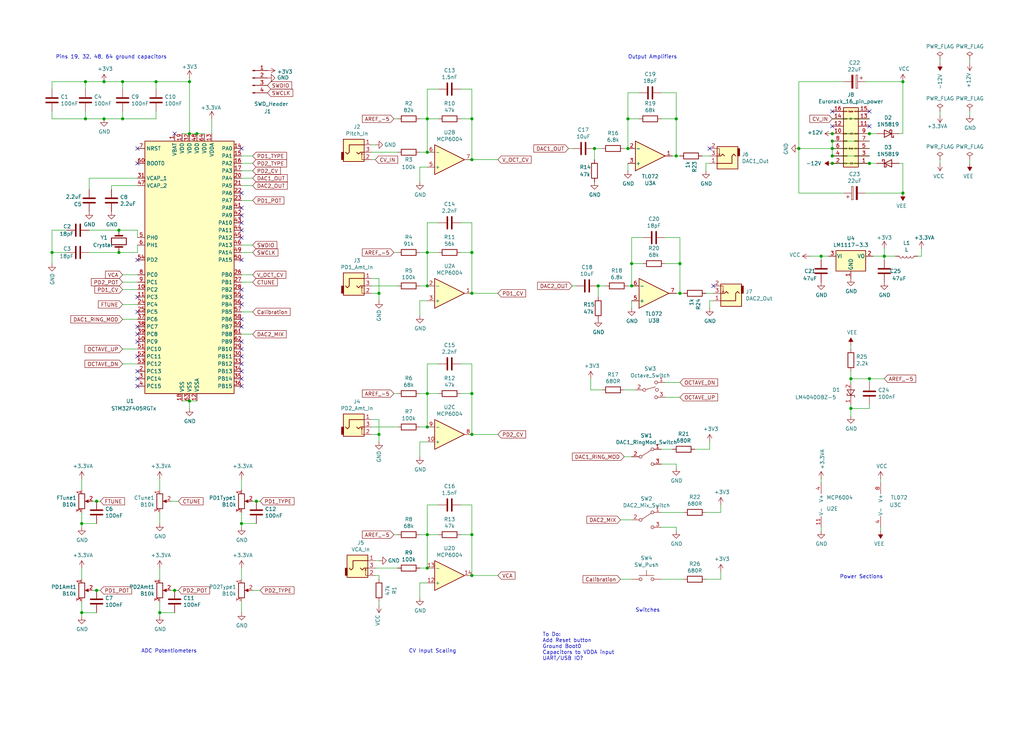
<source format=kicad_sch>
(kicad_sch (version 20230121) (generator eeschema)
  (paper "User" 350.012 250.012)
  (title_block (title "DisPhaze") (company "Mountjoy Modular"))
  (junction (at 161.29 134.62))
  (junction (at 231.14 40.64))
  (junction (at 54.61 209.55))
  (junction (at 146.05 40.64))
  (junction (at 40.64 78.74))
  (junction (at 35.56 40.64))
  (junction (at 297.18 55.88))
  (junction (at 161.29 182.88))
  (junction (at 161.29 40.64))
  (junction (at 161.29 54.61))
  (junction (at 129.54 148.59))
  (junction (at 161.29 86.36))
  (junction (at 82.55 179.07))
  (junction (at 302.26 87.63))
  (junction (at 161.29 148.59))
  (junction (at 27.94 209.55))
  (junction (at 146.05 134.62))
  (junction (at 64.77 27.94))
  (junction (at 27.94 179.07))
  (junction (at 40.64 86.36))
  (junction (at 64.77 137.16))
  (junction (at 284.48 45.72))
  (junction (at 67.31 45.72))
  (junction (at 273.05 50.8))
  (junction (at 161.29 196.85))
  (junction (at 29.21 40.64))
  (junction (at 297.18 45.72))
  (junction (at 232.41 90.17))
  (junction (at 214.63 50.8))
  (junction (at 284.48 50.8))
  (junction (at 17.78 86.36))
  (junction (at 284.48 53.34))
  (junction (at 53.34 27.94))
  (junction (at 146.05 194.31))
  (junction (at 41.91 27.94))
  (junction (at 203.2 50.8))
  (junction (at 146.05 52.07))
  (junction (at 284.48 48.26))
  (junction (at 297.18 129.54))
  (junction (at 146.05 97.79))
  (junction (at 290.83 139.7))
  (junction (at 161.29 100.33))
  (junction (at 64.77 45.72))
  (junction (at 231.14 53.34))
  (junction (at 59.69 201.93))
  (junction (at 41.91 40.64))
  (junction (at 215.9 90.17))
  (junction (at 284.48 55.88))
  (junction (at 29.21 27.94))
  (junction (at 215.9 97.79))
  (junction (at 146.05 146.05))
  (junction (at 308.61 66.04))
  (junction (at 146.05 182.88))
  (junction (at 214.63 40.64))
  (junction (at 33.02 201.93))
  (junction (at 308.61 27.94))
  (junction (at 290.83 129.54))
  (junction (at 129.54 100.33))
  (junction (at 87.63 171.45))
  (junction (at 232.41 100.33))
  (junction (at 146.05 86.36))
  (junction (at 204.47 97.79))
  (junction (at 280.67 87.63))
  (junction (at 35.56 27.94))
  (junction (at 33.02 171.45))
  (no_connect (at 82.55 81.28))
  (no_connect (at 82.55 132.08))
  (no_connect (at 82.55 104.14))
  (no_connect (at 82.55 116.84))
  (no_connect (at 46.99 114.3))
  (no_connect (at 243.84 97.79))
  (no_connect (at 297.18 43.18))
  (no_connect (at 46.99 55.88))
  (no_connect (at 46.99 101.6))
  (no_connect (at 46.99 111.76))
  (no_connect (at 46.99 127))
  (no_connect (at 82.55 88.9))
  (no_connect (at 82.55 121.92))
  (no_connect (at 297.18 38.1))
  (no_connect (at 46.99 132.08))
  (no_connect (at 82.55 66.04))
  (no_connect (at 284.48 38.1))
  (no_connect (at 46.99 50.8))
  (no_connect (at 284.48 43.18))
  (no_connect (at 46.99 129.54))
  (no_connect (at 82.55 50.8))
  (no_connect (at 82.55 127))
  (no_connect (at 82.55 99.06))
  (no_connect (at 82.55 129.54))
  (no_connect (at 82.55 78.74))
  (no_connect (at 82.55 109.22))
  (no_connect (at 242.57 50.8))
  (no_connect (at 82.55 73.66))
  (no_connect (at 82.55 119.38))
  (no_connect (at 46.99 88.9))
  (no_connect (at 82.55 111.76))
  (no_connect (at 59.69 45.72))
  (no_connect (at 46.99 116.84))
  (no_connect (at 46.99 106.68))
  (no_connect (at 82.55 124.46))
  (no_connect (at 82.55 71.12))
  (no_connect (at 82.55 101.6))
  (no_connect (at 46.99 121.92))
  (no_connect (at 82.55 76.2))
  (wire (pts (xy 157.48 76.2) (xy 161.29 76.2)))
  (wire (pts (xy 146.05 86.36) (xy 146.05 97.79)))
  (wire (pts (xy 149.86 40.64) (xy 146.05 40.64)))
  (wire (pts (xy 35.56 40.64) (xy 41.91 40.64)))
  (wire (pts (xy 241.3 55.88) (xy 241.3 58.42)))
  (wire (pts (xy 231.14 158.75) (xy 231.14 160.02)))
  (wire (pts (xy 297.18 130.81) (xy 297.18 129.54)))
  (wire (pts (xy 53.34 40.64) (xy 53.34 38.1)))
  (wire (pts (xy 146.05 151.13) (xy 143.51 151.13)))
  (wire (pts (xy 129.54 95.25) (xy 129.54 100.33)))
  (wire (pts (xy 129.54 143.51) (xy 129.54 148.59)))
  (wire (pts (xy 226.06 175.26) (xy 233.68 175.26)))
  (wire (pts (xy 215.9 102.87) (xy 215.9 105.41)))
  (wire (pts (xy 146.05 76.2) (xy 146.05 86.36)))
  (wire (pts (xy 72.39 40.64) (xy 72.39 45.72)))
  (wire (pts (xy 170.18 196.85) (xy 161.29 196.85)))
  (wire (pts (xy 161.29 172.72) (xy 161.29 182.88)))
  (wire (pts (xy 146.05 124.46) (xy 146.05 134.62)))
  (wire (pts (xy 82.55 63.5) (xy 86.36 63.5)))
  (wire (pts (xy 214.63 97.79) (xy 215.9 97.79)))
  (wire (pts (xy 46.99 78.74) (xy 40.64 78.74)))
  (wire (pts (xy 146.05 199.39) (xy 143.51 199.39)))
  (wire (pts (xy 215.9 90.17) (xy 215.9 97.79)))
  (wire (pts (xy 297.18 48.26) (xy 284.48 48.26)))
  (wire (pts (xy 308.61 45.72) (xy 308.61 27.94)))
  (wire (pts (xy 297.18 53.34) (xy 284.48 53.34)))
  (wire (pts (xy 227.33 81.28) (xy 232.41 81.28)))
  (wire (pts (xy 143.51 86.36) (xy 146.05 86.36)))
  (wire (pts (xy 161.29 30.48) (xy 161.29 40.64)))
  (wire (pts (xy 290.83 139.7) (xy 290.83 142.24)))
  (wire (pts (xy 17.78 86.36) (xy 17.78 90.17)))
  (wire (pts (xy 219.71 90.17) (xy 215.9 90.17)))
  (wire (pts (xy 27.94 175.26) (xy 27.94 179.07)))
  (wire (pts (xy 219.71 81.28) (xy 215.9 81.28)))
  (wire (pts (xy 41.91 99.06) (xy 46.99 99.06)))
  (wire (pts (xy 127 97.79) (xy 135.89 97.79)))
  (wire (pts (xy 86.36 171.45) (xy 87.63 171.45)))
  (wire (pts (xy 127 148.59) (xy 129.54 148.59)))
  (wire (pts (xy 128.27 194.31) (xy 135.89 194.31)))
  (wire (pts (xy 170.18 100.33) (xy 161.29 100.33)))
  (wire (pts (xy 33.02 209.55) (xy 27.94 209.55)))
  (wire (pts (xy 54.61 175.26) (xy 54.61 179.07)))
  (wire (pts (xy 17.78 27.94) (xy 29.21 27.94)))
  (wire (pts (xy 46.99 60.96) (xy 30.48 60.96)))
  (wire (pts (xy 284.48 48.26) (xy 284.48 50.8)))
  (wire (pts (xy 127 52.07) (xy 135.89 52.07)))
  (wire (pts (xy 300.99 163.83) (xy 300.99 165.1)))
  (wire (pts (xy 242.57 151.13) (xy 242.57 153.67)))
  (wire (pts (xy 215.9 156.21) (xy 213.36 156.21)))
  (wire (pts (xy 41.91 96.52) (xy 46.99 96.52)))
  (wire (pts (xy 149.86 172.72) (xy 146.05 172.72)))
  (wire (pts (xy 22.86 78.74) (xy 17.78 78.74)))
  (wire (pts (xy 82.55 93.98) (xy 86.36 93.98)))
  (wire (pts (xy 29.21 27.94) (xy 35.56 27.94)))
  (wire (pts (xy 240.03 53.34) (xy 242.57 53.34)))
  (wire (pts (xy 17.78 86.36) (xy 22.86 86.36)))
  (wire (pts (xy 129.54 196.85) (xy 129.54 198.12)))
  (wire (pts (xy 157.48 40.64) (xy 161.29 40.64)))
  (wire (pts (xy 17.78 40.64) (xy 17.78 38.1)))
  (wire (pts (xy 64.77 137.16) (xy 64.77 139.7)))
  (wire (pts (xy 204.47 101.6) (xy 204.47 97.79)))
  (wire (pts (xy 232.41 90.17) (xy 227.33 90.17)))
  (wire (pts (xy 273.05 66.04) (xy 273.05 50.8)))
  (wire (pts (xy 134.62 134.62) (xy 135.89 134.62)))
  (wire (pts (xy 241.3 100.33) (xy 243.84 100.33)))
  (wire (pts (xy 308.61 66.04) (xy 295.91 66.04)))
  (wire (pts (xy 87.63 179.07) (xy 82.55 179.07)))
  (wire (pts (xy 194.31 50.8) (xy 195.58 50.8)))
  (wire (pts (xy 54.61 194.31) (xy 54.61 198.12)))
  (wire (pts (xy 297.18 55.88) (xy 299.72 55.88)))
  (wire (pts (xy 143.51 97.79) (xy 146.05 97.79)))
  (wire (pts (xy 226.06 180.34) (xy 231.14 180.34)))
  (wire (pts (xy 86.36 114.3) (xy 82.55 114.3)))
  (wire (pts (xy 215.9 81.28) (xy 215.9 90.17)))
  (wire (pts (xy 302.26 87.63) (xy 306.07 87.63)))
  (wire (pts (xy 201.93 133.35) (xy 205.74 133.35)))
  (wire (pts (xy 290.83 118.11) (xy 290.83 119.38)))
  (wire (pts (xy 157.48 182.88) (xy 161.29 182.88)))
  (wire (pts (xy 128.27 191.77) (xy 129.54 191.77)))
  (wire (pts (xy 30.48 60.96) (xy 30.48 64.77)))
  (wire (pts (xy 273.05 27.94) (xy 273.05 50.8)))
  (wire (pts (xy 297.18 45.72) (xy 299.72 45.72)))
  (wire (pts (xy 64.77 45.72) (xy 64.77 46.99)))
  (wire (pts (xy 33.02 179.07) (xy 27.94 179.07)))
  (wire (pts (xy 284.48 55.88) (xy 297.18 55.88)))
  (wire (pts (xy 307.34 55.88) (xy 308.61 55.88)))
  (wire (pts (xy 127 143.51) (xy 129.54 143.51)))
  (wire (pts (xy 64.77 26.67) (xy 64.77 27.94)))
  (wire (pts (xy 146.05 30.48) (xy 146.05 40.64)))
  (wire (pts (xy 149.86 124.46) (xy 146.05 124.46)))
  (wire (pts (xy 17.78 30.48) (xy 17.78 27.94)))
  (wire (pts (xy 27.94 179.07) (xy 27.94 180.34)))
  (wire (pts (xy 127 49.53) (xy 128.27 49.53)))
  (wire (pts (xy 41.91 27.94) (xy 35.56 27.94)))
  (wire (pts (xy 134.62 40.64) (xy 135.89 40.64)))
  (wire (pts (xy 170.18 54.61) (xy 161.29 54.61)))
  (wire (pts (xy 54.61 209.55) (xy 54.61 210.82)))
  (wire (pts (xy 284.48 45.72) (xy 297.18 45.72)))
  (wire (pts (xy 246.38 172.72) (xy 246.38 175.26)))
  (wire (pts (xy 86.36 201.93) (xy 88.9 201.93)))
  (wire (pts (xy 58.42 171.45) (xy 60.96 171.45)))
  (wire (pts (xy 218.44 40.64) (xy 214.63 40.64)))
  (wire (pts (xy 302.26 87.63) (xy 302.26 88.9)))
  (wire (pts (xy 82.55 194.31) (xy 82.55 198.12)))
  (wire (pts (xy 284.48 40.64) (xy 297.18 40.64)))
  (wire (pts (xy 82.55 163.83) (xy 82.55 167.64)))
  (wire (pts (xy 149.86 134.62) (xy 146.05 134.62)))
  (wire (pts (xy 196.85 97.79) (xy 195.58 97.79)))
  (wire (pts (xy 149.86 30.48) (xy 146.05 30.48)))
  (wire (pts (xy 129.54 205.74) (xy 129.54 207.01)))
  (wire (pts (xy 146.05 182.88) (xy 146.05 194.31)))
  (wire (pts (xy 213.36 133.35) (xy 217.17 133.35)))
  (wire (pts (xy 62.23 45.72) (xy 64.77 45.72)))
  (wire (pts (xy 218.44 31.75) (xy 214.63 31.75)))
  (wire (pts (xy 297.18 139.7) (xy 297.18 138.43)))
  (wire (pts (xy 143.51 194.31) (xy 146.05 194.31)))
  (wire (pts (xy 227.33 135.89) (xy 232.41 135.89)))
  (wire (pts (xy 128.27 196.85) (xy 129.54 196.85)))
  (wire (pts (xy 67.31 45.72) (xy 69.85 45.72)))
  (wire (pts (xy 41.91 119.38) (xy 46.99 119.38)))
  (wire (pts (xy 143.51 52.07) (xy 146.05 52.07)))
  (wire (pts (xy 157.48 172.72) (xy 161.29 172.72)))
  (wire (pts (xy 242.57 102.87) (xy 242.57 105.41)))
  (wire (pts (xy 321.31 38.1) (xy 321.31 39.37)))
  (wire (pts (xy 82.55 58.42) (xy 86.36 58.42)))
  (wire (pts (xy 232.41 100.33) (xy 233.68 100.33)))
  (wire (pts (xy 229.87 53.34) (xy 231.14 53.34)))
  (wire (pts (xy 284.48 53.34) (xy 284.48 50.8)))
  (wire (pts (xy 321.31 54.61) (xy 321.31 55.88)))
  (wire (pts (xy 288.29 66.04) (xy 273.05 66.04)))
  (wire (pts (xy 170.18 148.59) (xy 161.29 148.59)))
  (wire (pts (xy 27.94 194.31) (xy 27.94 198.12)))
  (wire (pts (xy 214.63 31.75) (xy 214.63 40.64)))
  (wire (pts (xy 17.78 40.64) (xy 29.21 40.64)))
  (wire (pts (xy 231.14 40.64) (xy 226.06 40.64)))
  (wire (pts (xy 134.62 182.88) (xy 135.89 182.88)))
  (wire (pts (xy 17.78 78.74) (xy 17.78 86.36)))
  (wire (pts (xy 288.29 27.94) (xy 273.05 27.94)))
  (wire (pts (xy 41.91 109.22) (xy 46.99 109.22)))
  (wire (pts (xy 59.69 209.55) (xy 54.61 209.55)))
  (wire (pts (xy 54.61 205.74) (xy 54.61 209.55)))
  (wire (pts (xy 46.99 86.36) (xy 40.64 86.36)))
  (wire (pts (xy 86.36 55.88) (xy 82.55 55.88)))
  (wire (pts (xy 231.14 180.34) (xy 231.14 181.61)))
  (wire (pts (xy 214.63 40.64) (xy 214.63 50.8)))
  (wire (pts (xy 161.29 40.64) (xy 161.29 54.61)))
  (wire (pts (xy 127 146.05) (xy 135.89 146.05)))
  (wire (pts (xy 41.91 104.14) (xy 46.99 104.14)))
  (wire (pts (xy 276.86 87.63) (xy 280.67 87.63)))
  (wire (pts (xy 143.51 182.88) (xy 146.05 182.88)))
  (wire (pts (xy 157.48 30.48) (xy 161.29 30.48)))
  (wire (pts (xy 213.36 50.8) (xy 214.63 50.8)))
  (wire (pts (xy 143.51 151.13) (xy 143.51 156.21)))
  (wire (pts (xy 30.48 86.36) (xy 40.64 86.36)))
  (wire (pts (xy 127 95.25) (xy 129.54 95.25)))
  (wire (pts (xy 46.99 83.82) (xy 46.99 86.36)))
  (wire (pts (xy 38.1 63.5) (xy 38.1 64.77)))
  (wire (pts (xy 86.36 60.96) (xy 82.55 60.96)))
  (wire (pts (xy 129.54 148.59) (xy 129.54 151.13)))
  (wire (pts (xy 157.48 134.62) (xy 161.29 134.62)))
  (wire (pts (xy 290.83 138.43) (xy 290.83 139.7)))
  (wire (pts (xy 161.29 134.62) (xy 161.29 148.59)))
  (wire (pts (xy 280.67 180.34) (xy 280.67 181.61)))
  (wire (pts (xy 214.63 55.88) (xy 214.63 58.42)))
  (wire (pts (xy 143.51 40.64) (xy 146.05 40.64)))
  (wire (pts (xy 280.67 163.83) (xy 280.67 165.1)))
  (wire (pts (xy 231.14 31.75) (xy 231.14 40.64)))
  (wire (pts (xy 40.64 78.74) (xy 30.48 78.74)))
  (wire (pts (xy 53.34 27.94) (xy 64.77 27.94)))
  (wire (pts (xy 302.26 85.09) (xy 302.26 87.63)))
  (wire (pts (xy 242.57 153.67) (xy 237.49 153.67)))
  (wire (pts (xy 82.55 106.68) (xy 86.36 106.68)))
  (wire (pts (xy 82.55 175.26) (xy 82.55 179.07)))
  (wire (pts (xy 161.29 76.2) (xy 161.29 86.36)))
  (wire (pts (xy 302.26 129.54) (xy 297.18 129.54)))
  (wire (pts (xy 29.21 30.48) (xy 29.21 27.94)))
  (wire (pts (xy 231.14 53.34) (xy 231.14 40.64)))
  (wire (pts (xy 143.51 57.15) (xy 143.51 62.23)))
  (wire (pts (xy 246.38 195.58) (xy 246.38 198.12)))
  (wire (pts (xy 82.55 86.36) (xy 86.36 86.36)))
  (wire (pts (xy 231.14 53.34) (xy 232.41 53.34)))
  (wire (pts (xy 226.06 198.12) (xy 233.68 198.12)))
  (wire (pts (xy 33.02 201.93) (xy 34.29 201.93)))
  (wire (pts (xy 31.75 171.45) (xy 33.02 171.45)))
  (wire (pts (xy 298.45 87.63) (xy 302.26 87.63)))
  (wire (pts (xy 204.47 97.79) (xy 207.01 97.79)))
  (wire (pts (xy 243.84 102.87) (xy 242.57 102.87)))
  (wire (pts (xy 231.14 100.33) (xy 232.41 100.33)))
  (wire (pts (xy 31.75 201.93) (xy 33.02 201.93)))
  (wire (pts (xy 149.86 182.88) (xy 146.05 182.88)))
  (wire (pts (xy 321.31 20.32) (xy 321.31 21.59)))
  (wire (pts (xy 58.42 201.93) (xy 59.69 201.93)))
  (wire (pts (xy 232.41 100.33) (xy 232.41 90.17)))
  (wire (pts (xy 157.48 86.36) (xy 161.29 86.36)))
  (wire (pts (xy 331.47 20.32) (xy 331.47 21.59)))
  (wire (pts (xy 29.21 38.1) (xy 29.21 40.64)))
  (wire (pts (xy 46.99 63.5) (xy 38.1 63.5)))
  (wire (pts (xy 226.06 158.75) (xy 231.14 158.75)))
  (wire (pts (xy 203.2 54.61) (xy 203.2 50.8)))
  (wire (pts (xy 300.99 180.34) (xy 300.99 181.61)))
  (wire (pts (xy 242.57 55.88) (xy 241.3 55.88)))
  (wire (pts (xy 290.83 129.54) (xy 290.83 130.81)))
  (wire (pts (xy 226.06 153.67) (xy 229.87 153.67)))
  (wire (pts (xy 331.47 38.1) (xy 331.47 39.37)))
  (wire (pts (xy 27.94 205.74) (xy 27.94 209.55)))
  (wire (pts (xy 29.21 40.64) (xy 35.56 40.64)))
  (wire (pts (xy 290.83 139.7) (xy 297.18 139.7)))
  (wire (pts (xy 129.54 100.33) (xy 129.54 102.87)))
  (wire (pts (xy 297.18 50.8) (xy 284.48 50.8)))
  (wire (pts (xy 41.91 30.48) (xy 41.91 27.94)))
  (wire (pts (xy 53.34 30.48) (xy 53.34 27.94)))
  (wire (pts (xy 64.77 45.72) (xy 67.31 45.72)))
  (wire (pts (xy 134.62 86.36) (xy 135.89 86.36)))
  (wire (pts (xy 46.99 81.28) (xy 46.99 78.74)))
  (wire (pts (xy 161.29 124.46) (xy 161.29 134.62)))
  (wire (pts (xy 212.09 198.12) (xy 215.9 198.12)))
  (wire (pts (xy 143.51 134.62) (xy 146.05 134.62)))
  (wire (pts (xy 146.05 102.87) (xy 143.51 102.87)))
  (wire (pts (xy 290.83 127) (xy 290.83 129.54)))
  (wire (pts (xy 226.06 31.75) (xy 231.14 31.75)))
  (wire (pts (xy 143.51 199.39) (xy 143.51 204.47)))
  (wire (pts (xy 82.55 205.74) (xy 82.55 209.55)))
  (wire (pts (xy 146.05 57.15) (xy 143.51 57.15)))
  (wire (pts (xy 273.05 50.8) (xy 284.48 50.8)))
  (wire (pts (xy 41.91 38.1) (xy 41.91 40.64)))
  (wire (pts (xy 27.94 163.83) (xy 27.94 167.64)))
  (wire (pts (xy 146.05 134.62) (xy 146.05 146.05)))
  (wire (pts (xy 143.51 146.05) (xy 146.05 146.05)))
  (wire (pts (xy 157.48 124.46) (xy 161.29 124.46)))
  (wire (pts (xy 331.47 54.61) (xy 331.47 55.88)))
  (wire (pts (xy 203.2 50.8) (xy 205.74 50.8)))
  (wire (pts (xy 41.91 40.64) (xy 53.34 40.64)))
  (wire (pts (xy 307.34 45.72) (xy 308.61 45.72)))
  (wire (pts (xy 82.55 96.52) (xy 86.36 96.52)))
  (wire (pts (xy 314.96 87.63) (xy 313.69 87.63)))
  (wire (pts (xy 232.41 81.28) (xy 232.41 90.17)))
  (wire (pts (xy 246.38 175.26) (xy 241.3 175.26)))
  (wire (pts (xy 146.05 172.72) (xy 146.05 182.88)))
  (wire (pts (xy 161.29 86.36) (xy 161.29 100.33)))
  (wire (pts (xy 227.33 130.81) (xy 232.41 130.81)))
  (wire (pts (xy 308.61 27.94) (xy 295.91 27.94)))
  (wire (pts (xy 82.55 83.82) (xy 86.36 83.82)))
  (wire (pts (xy 161.29 182.88) (xy 161.29 196.85)))
  (wire (pts (xy 53.34 27.94) (xy 41.91 27.94)))
  (wire (pts (xy 41.91 124.46) (xy 46.99 124.46)))
  (wire (pts (xy 297.18 129.54) (xy 290.83 129.54)))
  (wire (pts (xy 82.55 68.58) (xy 86.36 68.58)))
  (wire (pts (xy 127 54.61) (xy 128.27 54.61)))
  (wire (pts (xy 64.77 137.16) (xy 67.31 137.16)))
  (wire (pts (xy 86.36 53.34) (xy 82.55 53.34)))
  (wire (pts (xy 201.93 129.54) (xy 201.93 133.35)))
  (wire (pts (xy 314.96 85.09) (xy 314.96 87.63)))
  (wire (pts (xy 33.02 171.45) (xy 34.29 171.45)))
  (wire (pts (xy 64.77 137.16) (xy 62.23 137.16)))
  (wire (pts (xy 82.55 179.07) (xy 82.55 180.34)))
  (wire (pts (xy 215.9 177.8) (xy 212.09 177.8)))
  (wire (pts (xy 64.77 45.72) (xy 64.77 27.94)))
  (wire (pts (xy 87.63 171.45) (xy 88.9 171.45)))
  (wire (pts (xy 149.86 76.2) (xy 146.05 76.2)))
  (wire (pts (xy 127 100.33) (xy 129.54 100.33)))
  (wire (pts (xy 280.67 88.9) (xy 280.67 87.63)))
  (wire (pts (xy 59.69 201.93) (xy 60.96 201.93)))
  (wire (pts (xy 54.61 163.83) (xy 54.61 167.64)))
  (wire (pts (xy 41.91 93.98) (xy 46.99 93.98)))
  (wire (pts (xy 27.94 209.55) (xy 27.94 210.82)))
  (wire (pts (xy 149.86 86.36) (xy 146.05 86.36)))
  (wire (pts (xy 308.61 55.88) (xy 308.61 66.04)))
  (wire (pts (xy 146.05 40.64) (xy 146.05 52.07)))
  (wire (pts (xy 280.67 87.63) (xy 283.21 87.63)))
  (wire (pts (xy 143.51 102.87) (xy 143.51 107.95)))
  (wire (pts (xy 246.38 198.12) (xy 241.3 198.12)))
  (text "ADC Potentiometers" (at 48.26 223.52 0) (effects (font (size 1.27 1.27)) (justify left bottom)))
  (text "Switches" (at 217.17 209.55 0) (effects (font (size 1.27 1.27)) (justify left bottom)))
  (text "To Do:\nAdd Reset button\nGround Boot0\nCapacitors to VDDA input\nUART/USB IO?" (at 185.42 226.06 0) (effects (font (size 1.27 1.27)) (justify left bottom)))
  (text "Power Sections" (at 287.02 198.12 0) (effects (font (size 1.27 1.27)) (justify left bottom)))
  (text "CV Input Scaling" (at 139.7 223.52 0) (effects (font (size 1.27 1.27)) (justify left bottom)))
  (text "Pins 19, 32, 48, 64 ground capacitors" (at 19.05 20.32 0) (effects (font (size 1.27 1.27)) (justify left bottom)))
  (text "Output Amplifiers" (at 214.63 20.32 0) (effects (font (size 1.27 1.27)) (justify left bottom)))
  (global_label "OCTAVE_DN" (shape input) (at 41.91 124.46 180) (property "Intersheetrefs" "${INTERSHEET_REFS}" (effects hide)))
  (global_label "PD1_TYPE" (shape input) (at 88.9 171.45 0) (property "Intersheetrefs" "${INTERSHEET_REFS}" (effects hide)))
  (global_label "CTUNE" (shape input) (at 86.36 96.52 0) (property "Intersheetrefs" "${INTERSHEET_REFS}" (effects hide)))
  (global_label "VCA" (shape input) (at 170.18 196.85 0) (property "Intersheetrefs" "${INTERSHEET_REFS}" (effects hide)))
  (global_label "DAC1_OUT" (shape input) (at 86.36 60.96 0) (property "Intersheetrefs" "${INTERSHEET_REFS}" (effects hide)))
  (global_label "OCTAVE_DN" (shape input) (at 232.41 130.81 0) (property "Intersheetrefs" "${INTERSHEET_REFS}" (effects hide)))
  (global_label "PD1_CV" (shape input) (at 170.18 100.33 0) (property "Intersheetrefs" "${INTERSHEET_REFS}" (effects hide)))
  (global_label "PD1_TYPE" (shape input) (at 86.36 53.34 0) (property "Intersheetrefs" "${INTERSHEET_REFS}" (effects hide)))
  (global_label "DAC1_OUT" (shape input) (at 194.31 50.8 180) (property "Intersheetrefs" "${INTERSHEET_REFS}" (effects hide)))
  (global_label "CTUNE" (shape input) (at 60.96 171.45 0) (property "Intersheetrefs" "${INTERSHEET_REFS}" (effects hide)))
  (global_label "PD2_POT" (shape input) (at 41.91 96.52 180) (property "Intersheetrefs" "${INTERSHEET_REFS}" (effects hide)))
  (global_label "AREF_-5" (shape input) (at 134.62 134.62 180) (property "Intersheetrefs" "${INTERSHEET_REFS}" (effects hide)))
  (global_label "V_OCT_CV" (shape input) (at 86.36 93.98 0) (property "Intersheetrefs" "${INTERSHEET_REFS}" (effects hide)))
  (global_label "PD1_POT" (shape input) (at 86.36 68.58 0) (property "Intersheetrefs" "${INTERSHEET_REFS}" (effects hide)))
  (global_label "SWCLK" (shape input) (at 91.44 31.75 0) (property "Intersheetrefs" "${INTERSHEET_REFS}" (effects hide)))
  (global_label "PD2_CV" (shape input) (at 86.36 58.42 0) (property "Intersheetrefs" "${INTERSHEET_REFS}" (effects hide)))
  (global_label "PD2_TYPE" (shape input) (at 86.36 55.88 0) (property "Intersheetrefs" "${INTERSHEET_REFS}" (effects hide)))
  (global_label "V_OCT_CV" (shape input) (at 170.18 54.61 0) (property "Intersheetrefs" "${INTERSHEET_REFS}" (effects hide)))
  (global_label "FTUNE" (shape input) (at 41.91 104.14 180) (property "Intersheetrefs" "${INTERSHEET_REFS}" (effects hide)))
  (global_label "DAC2_MIX" (shape input) (at 212.09 177.8 180) (property "Intersheetrefs" "${INTERSHEET_REFS}" (effects hide)))
  (global_label "DAC2_OUT" (shape input) (at 195.58 97.79 180) (property "Intersheetrefs" "${INTERSHEET_REFS}" (effects hide)))
  (global_label "PD2_CV" (shape input) (at 170.18 148.59 0) (property "Intersheetrefs" "${INTERSHEET_REFS}" (effects hide)))
  (global_label "SWDIO" (shape input) (at 91.44 29.21 0) (property "Intersheetrefs" "${INTERSHEET_REFS}" (effects hide)))
  (global_label "OCTAVE_UP" (shape input) (at 232.41 135.89 0) (property "Intersheetrefs" "${INTERSHEET_REFS}" (effects hide)))
  (global_label "Calibration" (shape input) (at 212.09 198.12 180) (property "Intersheetrefs" "${INTERSHEET_REFS}" (effects hide)))
  (global_label "AREF_-5" (shape input) (at 134.62 86.36 180) (property "Intersheetrefs" "${INTERSHEET_REFS}" (effects hide)))
  (global_label "VCA" (shape input) (at 41.91 93.98 180) (property "Intersheetrefs" "${INTERSHEET_REFS}" (effects hide)))
  (global_label "Calibration" (shape input) (at 86.36 106.68 0) (property "Intersheetrefs" "${INTERSHEET_REFS}" (effects hide)))
  (global_label "AREF_-5" (shape input) (at 134.62 182.88 180) (property "Intersheetrefs" "${INTERSHEET_REFS}" (effects hide)))
  (global_label "AREF_-5" (shape input) (at 302.26 129.54 0) (property "Intersheetrefs" "${INTERSHEET_REFS}" (effects hide)))
  (global_label "PD1_CV" (shape input) (at 41.91 99.06 180) (property "Intersheetrefs" "${INTERSHEET_REFS}" (effects hide)))
  (global_label "SWDIO" (shape input) (at 86.36 83.82 0) (property "Intersheetrefs" "${INTERSHEET_REFS}" (effects hide)))
  (global_label "DAC1_RING_MOD" (shape input) (at 41.91 109.22 180) (property "Intersheetrefs" "${INTERSHEET_REFS}" (effects hide)))
  (global_label "OCTAVE_UP" (shape input) (at 41.91 119.38 180) (property "Intersheetrefs" "${INTERSHEET_REFS}" (effects hide)))
  (global_label "CV_IN" (shape input) (at 128.27 54.61 0) (property "Intersheetrefs" "${INTERSHEET_REFS}" (effects hide)))
  (global_label "FTUNE" (shape input) (at 34.29 171.45 0) (property "Intersheetrefs" "${INTERSHEET_REFS}" (effects hide)))
  (global_label "DAC2_OUT" (shape input) (at 86.36 63.5 0) (property "Intersheetrefs" "${INTERSHEET_REFS}" (effects hide)))
  (global_label "DAC2_MIX" (shape input) (at 86.36 114.3 0) (property "Intersheetrefs" "${INTERSHEET_REFS}" (effects hide)))
  (global_label "SWCLK" (shape input) (at 86.36 86.36 0) (property "Intersheetrefs" "${INTERSHEET_REFS}" (effects hide)))
  (global_label "AREF_-5" (shape input) (at 134.62 40.64 180) (property "Intersheetrefs" "${INTERSHEET_REFS}" (effects hide)))
  (global_label "DAC1_RING_MOD" (shape input) (at 213.36 156.21 180) (property "Intersheetrefs" "${INTERSHEET_REFS}" (effects hide)))
  (global_label "PD2_TYPE" (shape input) (at 88.9 201.93 0) (property "Intersheetrefs" "${INTERSHEET_REFS}" (effects hide)))
  (global_label "PD1_POT" (shape input) (at 34.29 201.93 0) (property "Intersheetrefs" "${INTERSHEET_REFS}" (effects hide)))
  (global_label "PD2_POT" (shape input) (at 60.96 201.93 0) (property "Intersheetrefs" "${INTERSHEET_REFS}" (effects hide)))
  (global_label "CV_IN" (shape input) (at 284.48 40.64 180) (property "Intersheetrefs" "${INTERSHEET_REFS}" (effects hide)))
  (symbol (lib_id "DisPhaze-rescue:STM32F405RGTx-MCU_ST_STM32F4") (at 64.77 91.44 0) (unit 1)
    (property "Reference" "U1" (at 44.45 137.16 0))
    (property "Value" "STM32F405RGTx" (at 45.72 139.7 0))
    (property "Footprint" "Package_QFP:LQFP-64_10x10mm_P0.5mm" (effects hide))
    (property "Datasheet" "http://www.st.com/st-web-ui/static/active/en/resource/technical/document/datasheet/DM00037051.pdf" (effects hide))
  )
  (symbol (lib_id "Device:C") (at 30.48 68.58 180) (unit 1)
    (property "Reference" "C5" (at 27.94 69.85 0) (effects (justify left)))
    (property "Value" "2.2uF" (at 27.94 67.31 0) (effects (justify left)))
    (property "Footprint" "Capacitors_SMD:C_0805_HandSoldering" (effects hide))
  )
  (symbol (lib_id "Device:C") (at 38.1 68.58 0) (unit 1)
    (property "Reference" "C8" (at 41.021 67.4116 0) (effects (justify left)))
    (property "Value" "2.2uF" (at 41.021 69.723 0) (effects (justify left)))
    (property "Footprint" "Capacitors_SMD:C_0805_HandSoldering" (effects hide))
  )
  (symbol (lib_id "power:GND") (at 38.1 72.39 0) (unit 1)
    (property "Reference" "#PWR09" (effects hide))
    (property "Value" "GND" (at 38.227 76.7842 0))
  )
  (symbol (lib_id "DisPhaze-rescue:Conn_01x04_Male-Connector") (at 86.36 26.67 0) (unit 1)
    (property "Reference" "J1" (at 91.44 38.1 0))
    (property "Value" "SWD_Header" (at 92.71 35.56 0))
    (property "Footprint" "Custom_Footprints:SWD_header" (effects hide))
  )
  (symbol (lib_id "DisPhaze-rescue:+3.3V-power") (at 91.44 24.13 270) (unit 1)
    (property "Reference" "#PWR021" (effects hide))
    (property "Value" "+3.3V" (at 94.6912 24.511 90) (effects (justify left)))
  )
  (symbol (lib_id "power:GND") (at 91.44 26.67 90) (unit 1)
    (property "Reference" "#PWR022" (effects hide))
    (property "Value" "GND" (at 94.6912 26.543 90) (effects (justify right)))
  )
  (symbol (lib_id "Device:Crystal") (at 40.64 82.55 90) (unit 1)
    (property "Reference" "Y1" (at 34.29 81.28 90) (effects (justify right)))
    (property "Value" "Crystal" (at 31.75 83.82 90) (effects (justify right)))
    (property "Footprint" "Custom_Footprints:Crystal_SMD" (effects hide))
  )
  (symbol (lib_id "Device:C") (at 26.67 78.74 270) (unit 1)
    (property "Reference" "C2" (at 21.59 77.47 90) (effects (justify left)))
    (property "Value" "18pF" (at 20.32 80.01 90) (effects (justify left)))
    (property "Footprint" "Capacitors_SMD:C_0805_HandSoldering" (effects hide))
  )
  (symbol (lib_id "Device:C") (at 26.67 86.36 270) (unit 1)
    (property "Reference" "C3" (at 21.59 85.09 90) (effects (justify left)))
    (property "Value" "18pF" (at 20.32 87.63 90) (effects (justify left)))
    (property "Footprint" "Capacitors_SMD:C_0805_HandSoldering" (effects hide))
  )
  (symbol (lib_id "power:GND") (at 17.78 90.17 0) (unit 1)
    (property "Reference" "#PWR01" (effects hide))
    (property "Value" "GND" (at 17.907 93.4212 90) (effects (justify right)))
  )
  (symbol (lib_id "DisPhaze-rescue:+3.3V-power") (at 64.77 26.67 0) (unit 1)
    (property "Reference" "#PWR014" (effects hide))
    (property "Value" "+3.3V" (at 64.77 22.86 0))
  )
  (symbol (lib_id "power:GND") (at 64.77 139.7 0) (unit 1)
    (property "Reference" "#PWR015" (effects hide))
    (property "Value" "GND" (at 64.897 144.0942 0))
  )
  (symbol (lib_id "DisPhaze-rescue:+3.3V-power") (at 35.56 27.94 0) (unit 1)
    (property "Reference" "#PWR07" (effects hide))
    (property "Value" "+3.3V" (at 35.941 23.5458 0))
  )
  (symbol (lib_id "Device:C") (at 17.78 34.29 0) (unit 1)
    (property "Reference" "C1" (at 20.701 33.1216 0) (effects (justify left)))
    (property "Value" "100nF" (at 20.701 35.433 0) (effects (justify left)))
    (property "Footprint" "Capacitors_SMD:C_0805_HandSoldering" (effects hide))
  )
  (symbol (lib_id "power:GND") (at 35.56 40.64 0) (unit 1)
    (property "Reference" "#PWR08" (effects hide))
    (property "Value" "GND" (at 35.687 45.0342 0))
  )
  (symbol (lib_id "Device:C") (at 29.21 34.29 0) (unit 1)
    (property "Reference" "C4" (at 32.131 33.1216 0) (effects (justify left)))
    (property "Value" "100nF" (at 32.131 35.433 0) (effects (justify left)))
    (property "Footprint" "Capacitors_SMD:C_0805_HandSoldering" (effects hide))
  )
  (symbol (lib_id "Device:C") (at 41.91 34.29 0) (unit 1)
    (property "Reference" "C9" (at 44.831 33.1216 0) (effects (justify left)))
    (property "Value" "100nF" (at 44.831 35.433 0) (effects (justify left)))
    (property "Footprint" "Capacitors_SMD:C_0805_HandSoldering" (effects hide))
  )
  (symbol (lib_id "Device:C") (at 53.34 34.29 0) (unit 1)
    (property "Reference" "C10" (at 56.261 33.1216 0) (effects (justify left)))
    (property "Value" "100nF" (at 56.261 35.433 0) (effects (justify left)))
    (property "Footprint" "Capacitors_SMD:C_0805_HandSoldering" (effects hide))
  )
  (symbol (lib_id "power:GND") (at 30.48 72.39 0) (unit 1)
    (property "Reference" "#PWR06" (effects hide))
    (property "Value" "GND" (at 30.607 76.7842 0))
  )
  (symbol (lib_id "DisPhaze-rescue:+3.3V-power") (at 302.26 85.09 0) (unit 1)
    (property "Reference" "#PWR056" (effects hide))
    (property "Value" "+3.3V" (at 302.26 81.28 0))
  )
  (symbol (lib_id "power:PWR_FLAG") (at 331.47 38.1 0) (unit 1)
    (property "Reference" "#FLG01" (effects hide))
    (property "Value" "PWR_FLAG" (at 331.47 33.6804 0))
  )
  (symbol (lib_id "power:GND") (at 331.47 39.37 0) (unit 1)
    (property "Reference" "#PWR043" (effects hide))
    (property "Value" "GND" (at 331.597 43.7642 0))
  )
  (symbol (lib_id "DisPhaze-rescue:LM1117-3.3-Regulator_Linear") (at 290.83 87.63 0) (unit 1)
    (property "Reference" "U4" (at 290.83 81.4832 0))
    (property "Value" "LM1117-3.3" (at 290.83 83.7946 0))
    (property "Footprint" "TO_SOT_Packages_SMD:TO-252-3_TabPin2" (effects hide))
    (property "Datasheet" "http://www.ti.com/lit/ds/symlink/lm1117.pdf" (effects hide))
  )
  (symbol (lib_id "power:GND") (at 290.83 95.25 0) (unit 1)
    (property "Reference" "#PWR051" (effects hide))
    (property "Value" "GND" (at 290.957 99.6442 0))
  )
  (symbol (lib_id "Amplifier_Operational:MCP6004") (at 153.67 54.61 0) (mirror x) (unit 2)
    (property "Reference" "U2" (at 153.67 45.2882 0))
    (property "Value" "MCP6004" (at 153.67 47.5996 0))
    (property "Footprint" "SMD_Packages:SOIC-14_N" (effects hide))
    (property "Datasheet" "http://ww1.microchip.com/downloads/en/DeviceDoc/21733j.pdf" (effects hide))
  )
  (symbol (lib_id "Device:R") (at 153.67 40.64 270) (unit 1)
    (property "Reference" "R10" (at 153.67 35.3822 90))
    (property "Value" "47k" (at 153.67 37.6936 90))
    (property "Footprint" "Resistors_SMD:R_0805_HandSoldering" (effects hide))
  )
  (symbol (lib_id "Device:R") (at 139.7 40.64 270) (unit 1)
    (property "Reference" "R2" (at 139.7 35.3822 90))
    (property "Value" "82k" (at 139.7 37.6936 90))
    (property "Footprint" "Resistors_SMD:R_0805_HandSoldering" (effects hide))
  )
  (symbol (lib_id "Device:R") (at 139.7 52.07 270) (unit 1)
    (property "Reference" "R3" (at 139.7 54.61 90))
    (property "Value" "100k" (at 139.7 57.15 90))
    (property "Footprint" "Resistors_SMD:R_0805_HandSoldering" (effects hide))
  )
  (symbol (lib_id "power:GND") (at 143.51 62.23 0) (unit 1)
    (property "Reference" "#PWR028" (effects hide))
    (property "Value" "GND" (at 143.637 66.6242 0))
  )
  (symbol (lib_id "Device:C") (at 153.67 30.48 90) (unit 1)
    (property "Reference" "C13" (at 153.67 24.0792 90))
    (property "Value" "1.5nF" (at 153.67 26.3906 90))
    (property "Footprint" "Capacitors_SMD:C_0805_HandSoldering" (effects hide))
  )
  (symbol (lib_id "Reference_Voltage:LM4040DBZ-10") (at 290.83 134.62 270) (unit 1)
    (property "Reference" "D1" (at 284.48 133.35 90) (effects (justify left)))
    (property "Value" "LM4040DBZ-5" (at 271.78 135.89 90) (effects (justify left)))
    (property "Footprint" "TO_SOT_Packages_SMD:SOT-23" (effects hide))
    (property "Datasheet" "http://www.ti.com/lit/ds/symlink/lm4040-n.pdf" (effects hide))
  )
  (symbol (lib_id "Device:R") (at 290.83 123.19 0) (unit 1)
    (property "Reference" "R25" (at 292.608 122.0216 0) (effects (justify left)))
    (property "Value" "2.2k" (at 292.608 124.333 0) (effects (justify left)))
    (property "Footprint" "Resistors_SMD:R_0805_HandSoldering" (effects hide))
  )
  (symbol (lib_id "Device:C") (at 297.18 134.62 0) (unit 1)
    (property "Reference" "C24" (at 300.101 133.4516 0) (effects (justify left)))
    (property "Value" "100nF" (at 300.101 135.763 0) (effects (justify left)))
    (property "Footprint" "Capacitors_SMD:C_0805_HandSoldering" (effects hide))
  )
  (symbol (lib_id "power:GND") (at 290.83 142.24 0) (unit 1)
    (property "Reference" "#PWR053" (effects hide))
    (property "Value" "GND" (at 290.957 146.6342 0))
  )
  (symbol (lib_id "Amplifier_Operational:MCP6004") (at 153.67 100.33 0) (mirror x) (unit 1)
    (property "Reference" "U2" (at 153.67 91.0082 0))
    (property "Value" "MCP6004" (at 153.67 93.3196 0))
    (property "Footprint" "SMD_Packages:SOIC-14_N" (effects hide))
    (property "Datasheet" "http://ww1.microchip.com/downloads/en/DeviceDoc/21733j.pdf" (effects hide))
  )
  (symbol (lib_id "Device:R") (at 153.67 86.36 270) (unit 1)
    (property "Reference" "R11" (at 153.67 81.1022 90))
    (property "Value" "56k" (at 153.67 83.4136 90))
    (property "Footprint" "Resistors_SMD:R_0805_HandSoldering" (effects hide))
  )
  (symbol (lib_id "Device:R") (at 139.7 86.36 270) (unit 1)
    (property "Reference" "R4" (at 139.7 81.1022 90))
    (property "Value" "91k" (at 139.7 83.4136 90))
    (property "Footprint" "Resistors_SMD:R_0805_HandSoldering" (effects hide))
  )
  (symbol (lib_id "Device:R") (at 139.7 97.79 270) (unit 1)
    (property "Reference" "R5" (at 139.7 92.5322 90))
    (property "Value" "100k" (at 139.7 94.8436 90))
    (property "Footprint" "Resistors_SMD:R_0805_HandSoldering" (effects hide))
  )
  (symbol (lib_id "power:GND") (at 143.51 107.95 0) (unit 1)
    (property "Reference" "#PWR029" (effects hide))
    (property "Value" "GND" (at 143.637 112.3442 0))
  )
  (symbol (lib_id "Device:C") (at 153.67 76.2 90) (unit 1)
    (property "Reference" "C14" (at 153.67 69.7992 90))
    (property "Value" "2.2nF" (at 153.67 72.1106 90))
    (property "Footprint" "Capacitors_SMD:C_0805_HandSoldering" (effects hide))
  )
  (symbol (lib_id "DisPhaze-rescue:R_POT-Device") (at 82.55 171.45 0) (unit 1)
    (property "Reference" "PD1Type1" (at 80.772 170.2816 0) (effects (justify right)))
    (property "Value" "B10k" (at 80.772 172.593 0) (effects (justify right)))
    (property "Footprint" "Custom_Footprints:Alpha_9mm_Potentiometer" (effects hide))
  )
  (symbol (lib_id "Device:C") (at 302.26 92.71 0) (unit 1)
    (property "Reference" "C25" (at 306.07 92.71 0))
    (property "Value" "47uF" (at 307.34 95.25 0))
    (property "Footprint" "Capacitors_SMD:CP_Elec_5x5.8" (effects hide))
  )
  (symbol (lib_id "power:GND") (at 302.26 96.52 0) (unit 1)
    (property "Reference" "#PWR057" (effects hide))
    (property "Value" "GND" (at 302.387 100.9142 0))
  )
  (symbol (lib_id "Device:L") (at 309.88 87.63 270) (unit 1)
    (property "Reference" "L1" (at 309.88 83.1088 90))
    (property "Value" "L" (at 309.88 85.4202 90))
    (property "Footprint" "Resistors_SMD:R_0805_HandSoldering" (effects hide))
  )
  (symbol (lib_id "power:+3.3VA") (at 314.96 85.09 0) (unit 1)
    (property "Reference" "#PWR060" (effects hide))
    (property "Value" "+3.3VA" (at 312.42 81.28 0) (effects (justify left)))
  )
  (symbol (lib_id "Device:C") (at 280.67 92.71 0) (unit 1)
    (property "Reference" "C21" (at 276.86 92.71 0))
    (property "Value" "47uF" (at 276.86 95.25 0))
    (property "Footprint" "Capacitors_SMD:CP_Elec_5x5.8" (effects hide))
  )
  (symbol (lib_id "power:GND") (at 280.67 96.52 0) (unit 1)
    (property "Reference" "#PWR046" (effects hide))
    (property "Value" "GND" (at 280.797 100.9142 0))
  )
  (symbol (lib_id "power:+3.3VA") (at 82.55 163.83 0) (unit 1)
    (property "Reference" "#PWR017" (effects hide))
    (property "Value" "+3.3VA" (at 82.931 159.4358 0))
  )
  (symbol (lib_id "power:GND") (at 82.55 180.34 0) (unit 1)
    (property "Reference" "#PWR018" (effects hide))
    (property "Value" "GND" (at 82.677 184.7342 0))
  )
  (symbol (lib_id "Amplifier_Operational:TL072") (at 223.52 100.33 0) (mirror x) (unit 2)
    (property "Reference" "U3" (at 223.52 109.6518 0))
    (property "Value" "TL072" (at 223.52 107.3404 0))
    (property "Footprint" "SMD_Packages:SOIC-8-N" (effects hide))
    (property "Datasheet" "http://www.ti.com/lit/ds/symlink/tl071.pdf" (effects hide))
  )
  (symbol (lib_id "Device:R") (at 237.49 100.33 270) (unit 1)
    (property "Reference" "R24" (at 238.6584 102.108 0) (effects (justify left)))
    (property "Value" "1k" (at 236.347 102.108 0) (effects (justify left)))
    (property "Footprint" "Resistors_SMD:R_0805_HandSoldering" (effects hide))
  )
  (symbol (lib_id "Device:R") (at 223.52 90.17 270) (unit 1)
    (property "Reference" "R20" (at 223.52 84.9122 90))
    (property "Value" "68k" (at 223.52 87.2236 90))
    (property "Footprint" "Resistors_SMD:R_0805_HandSoldering" (effects hide))
  )
  (symbol (lib_id "power:GND") (at 215.9 105.41 0) (unit 1)
    (property "Reference" "#PWR036" (effects hide))
    (property "Value" "GND" (at 216.027 109.8042 0))
  )
  (symbol (lib_id "Device:C") (at 200.66 97.79 270) (unit 1)
    (property "Reference" "C18" (at 200.66 91.3892 90))
    (property "Value" "10uF" (at 200.66 93.7006 90))
    (property "Footprint" "Capacitors_SMD:C_0805_HandSoldering" (effects hide))
  )
  (symbol (lib_id "Device:R") (at 204.47 105.41 0) (unit 1)
    (property "Reference" "R15" (at 199.39 104.14 0) (effects (justify left)))
    (property "Value" "47k" (at 199.39 106.68 0) (effects (justify left)))
    (property "Footprint" "Resistors_SMD:R_0805_HandSoldering" (effects hide))
  )
  (symbol (lib_id "power:GND") (at 204.47 109.22 0) (unit 1)
    (property "Reference" "#PWR034" (effects hide))
    (property "Value" "GND" (at 204.597 113.6142 0))
  )
  (symbol (lib_id "Device:R") (at 210.82 97.79 270) (unit 1)
    (property "Reference" "R18" (at 210.82 92.5322 90))
    (property "Value" "6.8k" (at 210.82 94.8436 90))
    (property "Footprint" "Resistors_SMD:R_0805_HandSoldering" (effects hide))
  )
  (symbol (lib_id "Amplifier_Operational:MCP6004") (at 153.67 148.59 0) (mirror x) (unit 3)
    (property "Reference" "U2" (at 153.67 139.2682 0))
    (property "Value" "MCP6004" (at 153.67 141.5796 0))
    (property "Footprint" "SMD_Packages:SOIC-14_N" (effects hide))
    (property "Datasheet" "http://ww1.microchip.com/downloads/en/DeviceDoc/21733j.pdf" (effects hide))
  )
  (symbol (lib_id "Device:R") (at 153.67 134.62 270) (unit 1)
    (property "Reference" "R12" (at 153.67 129.3622 90))
    (property "Value" "47k" (at 153.67 131.6736 90))
    (property "Footprint" "Resistors_SMD:R_0805_HandSoldering" (effects hide))
  )
  (symbol (lib_id "Device:R") (at 139.7 134.62 270) (unit 1)
    (property "Reference" "R6" (at 139.7 129.3622 90))
    (property "Value" "68k" (at 139.7 131.6736 90))
    (property "Footprint" "Resistors_SMD:R_0805_HandSoldering" (effects hide))
  )
  (symbol (lib_id "Device:R") (at 139.7 146.05 270) (unit 1)
    (property "Reference" "R7" (at 139.7 140.7922 90))
    (property "Value" "100k" (at 139.7 143.1036 90))
    (property "Footprint" "Resistors_SMD:R_0805_HandSoldering" (effects hide))
  )
  (symbol (lib_id "power:GND") (at 143.51 156.21 0) (unit 1)
    (property "Reference" "#PWR030" (effects hide))
    (property "Value" "GND" (at 143.637 160.6042 0))
  )
  (symbol (lib_id "Device:C") (at 153.67 124.46 90) (unit 1)
    (property "Reference" "C15" (at 153.67 118.0592 90))
    (property "Value" "2.2nF" (at 153.67 120.3706 90))
    (property "Footprint" "Capacitors_SMD:C_0805_HandSoldering" (effects hide))
  )
  (symbol (lib_id "Amplifier_Operational:MCP6004") (at 153.67 196.85 0) (mirror x) (unit 4)
    (property "Reference" "U2" (at 153.67 187.5282 0))
    (property "Value" "MCP6004" (at 153.67 189.8396 0))
    (property "Footprint" "SMD_Packages:SOIC-14_N" (effects hide))
    (property "Datasheet" "http://ww1.microchip.com/downloads/en/DeviceDoc/21733j.pdf" (effects hide))
  )
  (symbol (lib_id "Device:R") (at 153.67 182.88 270) (unit 1)
    (property "Reference" "R13" (at 153.67 177.6222 90))
    (property "Value" "47k" (at 153.67 179.9336 90))
    (property "Footprint" "Resistors_SMD:R_0805_HandSoldering" (effects hide))
  )
  (symbol (lib_id "Device:R") (at 139.7 182.88 270) (unit 1)
    (property "Reference" "R8" (at 139.7 177.6222 90))
    (property "Value" "68k" (at 139.7 179.9336 90))
    (property "Footprint" "Resistors_SMD:R_0805_HandSoldering" (effects hide))
  )
  (symbol (lib_id "Device:R") (at 139.7 194.31 270) (unit 1)
    (property "Reference" "R9" (at 139.7 189.0522 90))
    (property "Value" "100k" (at 139.7 191.3636 90))
    (property "Footprint" "Resistors_SMD:R_0805_HandSoldering" (effects hide))
  )
  (symbol (lib_id "power:GND") (at 143.51 204.47 0) (unit 1)
    (property "Reference" "#PWR031" (effects hide))
    (property "Value" "GND" (at 143.637 208.8642 0))
  )
  (symbol (lib_id "Device:C") (at 153.67 172.72 90) (unit 1)
    (property "Reference" "C16" (at 153.67 166.3192 90))
    (property "Value" "1.5nF" (at 153.67 168.6306 90))
    (property "Footprint" "Capacitors_SMD:C_0805_HandSoldering" (effects hide))
  )
  (symbol (lib_id "DisPhaze-rescue:R_POT-Device") (at 82.55 201.93 0) (unit 1)
    (property "Reference" "PD2Type1" (at 80.772 200.7616 0) (effects (justify right)))
    (property "Value" "B10k" (at 80.772 203.073 0) (effects (justify right)))
    (property "Footprint" "Custom_Footprints:Alpha_9mm_Potentiometer" (effects hide))
  )
  (symbol (lib_id "power:+3.3VA") (at 82.55 194.31 0) (unit 1)
    (property "Reference" "#PWR019" (effects hide))
    (property "Value" "+3.3VA" (at 82.931 189.9158 0))
  )
  (symbol (lib_id "power:GND") (at 82.55 209.55 0) (unit 1)
    (property "Reference" "#PWR020" (effects hide))
    (property "Value" "GND" (at 82.677 213.9442 0))
  )
  (symbol (lib_id "DisPhaze-rescue:R_POT-Device") (at 54.61 171.45 0) (unit 1)
    (property "Reference" "CTune1" (at 52.832 170.2816 0) (effects (justify right)))
    (property "Value" "B10k" (at 52.832 172.593 0) (effects (justify right)))
    (property "Footprint" "Custom_Footprints:Alpha_9mm_Potentiometer" (effects hide))
  )
  (symbol (lib_id "power:+3.3VA") (at 54.61 163.83 0) (unit 1)
    (property "Reference" "#PWR010" (effects hide))
    (property "Value" "+3.3VA" (at 54.991 159.4358 0))
  )
  (symbol (lib_id "power:GND") (at 54.61 179.07 0) (unit 1)
    (property "Reference" "#PWR011" (effects hide))
    (property "Value" "GND" (at 54.737 183.4642 0))
  )
  (symbol (lib_id "Switch:SW_SPDT_MSM") (at 222.25 133.35 0) (unit 1)
    (property "Reference" "SW3" (at 222.25 126.111 0))
    (property "Value" "Octave_Switch" (at 222.25 128.4224 0))
    (property "Footprint" "Custom_Footprints:SPDTSubMiniature" (effects hide))
  )
  (symbol (lib_id "Device:R") (at 209.55 133.35 270) (unit 1)
    (property "Reference" "R17" (at 209.55 128.0922 90))
    (property "Value" "680R" (at 209.55 130.4036 90))
    (property "Footprint" "Resistors_SMD:R_0805_HandSoldering" (effects hide))
  )
  (symbol (lib_id "DisPhaze-rescue:R_POT-Device") (at 27.94 201.93 0) (unit 1)
    (property "Reference" "PD1Amt1" (at 26.162 200.7616 0) (effects (justify right)))
    (property "Value" "B10k" (at 26.162 203.073 0) (effects (justify right)))
    (property "Footprint" "Custom_Footprints:Alpha_9mm_Potentiometer" (effects hide))
  )
  (symbol (lib_id "power:+3.3VA") (at 27.94 194.31 0) (unit 1)
    (property "Reference" "#PWR04" (effects hide))
    (property "Value" "+3.3VA" (at 28.321 189.9158 0))
  )
  (symbol (lib_id "power:GND") (at 27.94 210.82 0) (unit 1)
    (property "Reference" "#PWR05" (effects hide))
    (property "Value" "GND" (at 28.067 215.2142 0))
  )
  (symbol (lib_id "DisPhaze-rescue:+3.3V-power") (at 201.93 129.54 0) (unit 1)
    (property "Reference" "#PWR032" (effects hide))
    (property "Value" "+3.3V" (at 202.311 125.1458 0))
  )
  (symbol (lib_id "Switch:SW_SPDT") (at 220.98 156.21 0) (unit 1)
    (property "Reference" "SW1" (at 220.98 148.971 0))
    (property "Value" "DAC1_RingMod_Switch" (at 220.98 151.2824 0))
    (property "Footprint" "Custom_Footprints:SPDTSubMiniature" (effects hide))
  )
  (symbol (lib_id "power:GND") (at 231.14 160.02 0) (unit 1)
    (property "Reference" "#PWR037" (effects hide))
    (property "Value" "GND" (at 231.267 164.4142 0))
  )
  (symbol (lib_id "Device:R") (at 233.68 153.67 270) (unit 1)
    (property "Reference" "R21" (at 233.68 148.4122 90))
    (property "Value" "680R" (at 233.68 150.7236 90))
    (property "Footprint" "Resistors_SMD:R_0805_HandSoldering" (effects hide))
  )
  (symbol (lib_id "DisPhaze-rescue:+3.3V-power") (at 242.57 151.13 0) (unit 1)
    (property "Reference" "#PWR041" (effects hide))
    (property "Value" "+3.3V" (at 242.951 146.7358 0))
  )
  (symbol (lib_id "DisPhaze-rescue:AudioJack2_Ground_Switch-thonkiconn") (at 121.92 52.07 0) (unit 1)
    (property "Reference" "J2" (at 122.0216 43.3832 0))
    (property "Value" "PItch_In" (at 122.0216 45.6946 0))
    (property "Footprint" "Custom_Footprints:THONKICONN_hole" (effects hide))
  )
  (symbol (lib_id "power:GND") (at 128.27 49.53 90) (unit 1)
    (property "Reference" "#PWR023" (effects hide))
    (property "Value" "GND" (at 133.35 49.53 90))
  )
  (symbol (lib_id "DisPhaze-rescue:Eurorack_16_pin_power-Eurorack_Header") (at 292.1 50.8 180) (unit 1)
    (property "Reference" "J8" (at 290.83 32.385 0))
    (property "Value" "Eurorack_16_pin_power" (at 290.83 34.6964 0))
    (property "Footprint" "Custom_Footprints:Eurorack_16_pin_header" (effects hide))
  )
  (symbol (lib_id "Diode:1N5819") (at 303.53 45.72 180) (unit 1)
    (property "Reference" "D2" (at 303.53 40.2336 0))
    (property "Value" "1N5819" (at 303.53 42.545 0))
    (property "Footprint" "Diodes_SMD:D_SOD-123" (effects hide))
    (property "Datasheet" "http://www.vishay.com/docs/88525/1n5817.pdf" (effects hide))
  )
  (symbol (lib_id "Diode:1N5819") (at 303.53 55.88 0) (unit 1)
    (property "Reference" "D3" (at 303.53 50.3936 0))
    (property "Value" "1N5819" (at 303.53 52.705 0))
    (property "Footprint" "Diodes_SMD:D_SOD-123" (effects hide))
    (property "Datasheet" "http://www.vishay.com/docs/88525/1n5817.pdf" (effects hide))
  )
  (symbol (lib_id "DisPhaze-rescue:CP-Device") (at 292.1 27.94 270) (unit 1)
    (property "Reference" "C22" (at 292.1 21.463 90))
    (property "Value" "22uF" (at 292.1 23.7744 90))
    (property "Footprint" "Capacitors_SMD:CP_Elec_4x5.8" (effects hide))
  )
  (symbol (lib_id "Amplifier_Operational:TL072") (at 222.25 53.34 0) (mirror x) (unit 1)
    (property "Reference" "U3" (at 222.25 62.6618 0))
    (property "Value" "TL072" (at 222.25 60.3504 0))
    (property "Footprint" "SMD_Packages:SOIC-8-N" (effects hide))
    (property "Datasheet" "http://www.ti.com/lit/ds/symlink/tl071.pdf" (effects hide))
  )
  (symbol (lib_id "Device:R") (at 236.22 53.34 270) (unit 1)
    (property "Reference" "R23" (at 237.3884 55.118 0) (effects (justify left)))
    (property "Value" "1k" (at 235.077 55.118 0) (effects (justify left)))
    (property "Footprint" "Resistors_SMD:R_0805_HandSoldering" (effects hide))
  )
  (symbol (lib_id "Device:R") (at 222.25 40.64 270) (unit 1)
    (property "Reference" "R19" (at 222.25 35.3822 90))
    (property "Value" "68k" (at 222.25 37.6936 90))
    (property "Footprint" "Resistors_SMD:R_0805_HandSoldering" (effects hide))
  )
  (symbol (lib_id "power:GND") (at 214.63 58.42 0) (unit 1)
    (property "Reference" "#PWR035" (effects hide))
    (property "Value" "GND" (at 214.757 62.8142 0))
  )
  (symbol (lib_id "Device:C") (at 199.39 50.8 270) (unit 1)
    (property "Reference" "C17" (at 199.39 44.3992 90))
    (property "Value" "10uF" (at 199.39 46.7106 90))
    (property "Footprint" "Capacitors_SMD:C_0805_HandSoldering" (effects hide))
  )
  (symbol (lib_id "Device:R") (at 203.2 58.42 0) (unit 1)
    (property "Reference" "R14" (at 198.12 57.15 0) (effects (justify left)))
    (property "Value" "47k" (at 198.12 59.69 0) (effects (justify left)))
    (property "Footprint" "Resistors_SMD:R_0805_HandSoldering" (effects hide))
  )
  (symbol (lib_id "power:GND") (at 203.2 62.23 0) (unit 1)
    (property "Reference" "#PWR033" (effects hide))
    (property "Value" "GND" (at 203.327 66.6242 0))
  )
  (symbol (lib_id "Device:R") (at 209.55 50.8 270) (unit 1)
    (property "Reference" "R16" (at 209.55 45.5422 90))
    (property "Value" "6.8k" (at 209.55 47.8536 90))
    (property "Footprint" "Resistors_SMD:R_0805_HandSoldering" (effects hide))
  )
  (symbol (lib_id "DisPhaze-rescue:CP-Device") (at 292.1 66.04 90) (unit 1)
    (property "Reference" "C23" (at 292.1 59.563 90))
    (property "Value" "22uF" (at 292.1 61.8744 90))
    (property "Footprint" "Capacitors_SMD:CP_Elec_4x5.8" (effects hide))
  )
  (symbol (lib_id "Device:C") (at 223.52 81.28 90) (unit 1)
    (property "Reference" "C20" (at 223.52 74.8792 90))
    (property "Value" "18pF" (at 223.52 77.1906 90))
    (property "Footprint" "Capacitors_SMD:C_0805_HandSoldering" (effects hide))
  )
  (symbol (lib_id "Device:C") (at 222.25 31.75 90) (unit 1)
    (property "Reference" "C19" (at 222.25 25.3492 90))
    (property "Value" "18pF" (at 222.25 27.6606 90))
    (property "Footprint" "Capacitors_SMD:C_0805_HandSoldering" (effects hide))
  )
  (symbol (lib_id "Amplifier_Operational:MCP6004") (at 283.21 172.72 0) (unit 5)
    (property "Reference" "U2" (at 284.48 173.99 0))
    (property "Value" "MCP6004" (at 287.02 170.18 0))
    (property "Footprint" "SMD_Packages:SOIC-14_N" (effects hide))
    (property "Datasheet" "http://ww1.microchip.com/downloads/en/DeviceDoc/21733j.pdf" (effects hide))
  )
  (symbol (lib_id "power:+3.3VA") (at 280.67 163.83 0) (unit 1)
    (property "Reference" "#PWR047" (effects hide))
    (property "Value" "+3.3VA" (at 281.051 160.5788 90) (effects (justify left)))
  )
  (symbol (lib_id "power:GND") (at 280.67 181.61 0) (unit 1)
    (property "Reference" "#PWR048" (effects hide))
    (property "Value" "GND" (at 280.797 186.0042 0))
  )
  (symbol (lib_id "Amplifier_Operational:TL072") (at 303.53 172.72 0) (unit 3)
    (property "Reference" "U3" (at 306.07 172.72 0))
    (property "Value" "TL072" (at 307.34 170.18 0))
    (property "Footprint" "SMD_Packages:SOIC-8-N" (effects hide))
    (property "Datasheet" "http://www.ti.com/lit/ds/symlink/tl071.pdf" (effects hide))
  )
  (symbol (lib_id "power:VEE") (at 308.61 66.04 180) (unit 1)
    (property "Reference" "#PWR059" (effects hide))
    (property "Value" "VEE" (at 308.1528 70.4342 0))
  )
  (symbol (lib_id "power:VCC") (at 308.61 27.94 0) (unit 1)
    (property "Reference" "#PWR058" (effects hide))
    (property "Value" "VCC" (at 309.0418 23.5458 0))
  )
  (symbol (lib_id "power:-12V") (at 284.48 55.88 90) (unit 1)
    (property "Reference" "#PWR050" (effects hide))
    (property "Value" "-12V" (at 278.13 55.88 90))
  )
  (symbol (lib_id "power:+12V") (at 284.48 45.72 90) (unit 1)
    (property "Reference" "#PWR049" (effects hide))
    (property "Value" "+12V" (at 281.2288 45.339 90) (effects (justify left)))
  )
  (symbol (lib_id "power:+3.3VA") (at 72.39 40.64 0) (unit 1)
    (property "Reference" "#PWR016" (effects hide))
    (property "Value" "+3.3VA" (at 68.58 36.83 0) (effects (justify left)))
  )
  (symbol (lib_id "Switch:SW_Push") (at 220.98 198.12 0) (unit 1)
    (property "Reference" "SW4" (at 220.98 190.881 0))
    (property "Value" "SW_Push" (at 220.98 193.1924 0))
    (property "Footprint" "Custom_Footprints:SW_SPST_EVQQ2" (effects hide))
  )
  (symbol (lib_id "DisPhaze-rescue:R_POT-Device") (at 27.94 171.45 0) (unit 1)
    (property "Reference" "FTune1" (at 26.162 170.2816 0) (effects (justify right)))
    (property "Value" "B10k" (at 26.162 172.593 0) (effects (justify right)))
    (property "Footprint" "Custom_Footprints:Alpha_9mm_Potentiometer" (effects hide))
  )
  (symbol (lib_id "power:+3.3VA") (at 27.94 163.83 0) (unit 1)
    (property "Reference" "#PWR02" (effects hide))
    (property "Value" "+3.3VA" (at 28.321 159.4358 0))
  )
  (symbol (lib_id "power:GND") (at 27.94 180.34 0) (unit 1)
    (property "Reference" "#PWR03" (effects hide))
    (property "Value" "GND" (at 28.067 184.7342 0))
  )
  (symbol (lib_id "power:GND") (at 273.05 50.8 270) (unit 1)
    (property "Reference" "#PWR044" (effects hide))
    (property "Value" "GND" (at 268.6558 50.927 0))
  )
  (symbol (lib_id "power:VEE") (at 290.83 118.11 0) (unit 1)
    (property "Reference" "#PWR052" (effects hide))
    (property "Value" "VEE" (at 291.2618 113.7158 0))
  )
  (symbol (lib_id "power:VEE") (at 300.99 181.61 180) (unit 1)
    (property "Reference" "#PWR055" (effects hide))
    (property "Value" "VEE" (at 300.5328 186.0042 0))
  )
  (symbol (lib_id "power:VCC") (at 300.99 163.83 0) (unit 1)
    (property "Reference" "#PWR054" (effects hide))
    (property "Value" "VCC" (at 301.4218 159.4358 0))
  )
  (symbol (lib_id "power:VCC") (at 276.86 87.63 90) (unit 1)
    (property "Reference" "#PWR045" (effects hide))
    (property "Value" "VCC" (at 273.6342 87.1728 90) (effects (justify left)))
  )
  (symbol (lib_id "DisPhaze-rescue:AudioJack2_Ground_Switch-thonkiconn") (at 121.92 97.79 0) (unit 1)
    (property "Reference" "J3" (at 122.0216 89.1032 0))
    (property "Value" "PD1_Amt_In" (at 122.0216 91.4146 0))
    (property "Footprint" "Custom_Footprints:THONKICONN_hole" (effects hide))
  )
  (symbol (lib_id "power:GND") (at 129.54 102.87 0) (unit 1)
    (property "Reference" "#PWR024" (effects hide))
    (property "Value" "GND" (at 129.54 107.95 90))
  )
  (symbol (lib_id "Device:R") (at 237.49 198.12 270) (unit 1)
    (property "Reference" "R26" (at 237.49 192.8622 90))
    (property "Value" "680R" (at 237.49 195.1736 90))
    (property "Footprint" "Resistors_SMD:R_0805_HandSoldering" (effects hide))
  )
  (symbol (lib_id "DisPhaze-rescue:+3.3V-power") (at 246.38 195.58 0) (unit 1)
    (property "Reference" "#PWR0103" (effects hide))
    (property "Value" "+3.3V" (at 246.761 191.1858 0))
  )
  (symbol (lib_id "DisPhaze-rescue:AudioJack2_Ground_Switch-thonkiconn") (at 121.92 146.05 0) (unit 1)
    (property "Reference" "J4" (at 122.0216 137.3632 0))
    (property "Value" "PD2_Amt_In" (at 122.0216 139.6746 0))
    (property "Footprint" "Custom_Footprints:THONKICONN_hole" (effects hide))
  )
  (symbol (lib_id "power:GND") (at 129.54 151.13 0) (unit 1)
    (property "Reference" "#PWR025" (effects hide))
    (property "Value" "GND" (at 129.54 156.21 90))
  )
  (symbol (lib_id "DisPhaze-rescue:AudioJack2_Ground_Switch-thonkiconn") (at 123.19 194.31 0) (unit 1)
    (property "Reference" "J5" (at 123.2916 185.6232 0))
    (property "Value" "VCA_In" (at 123.2916 187.9346 0))
    (property "Footprint" "Custom_Footprints:THONKICONN_hole" (effects hide))
  )
  (symbol (lib_id "power:GND") (at 129.54 191.77 90) (unit 1)
    (property "Reference" "#PWR026" (effects hide))
    (property "Value" "GND" (at 134.62 191.77 90))
  )
  (symbol (lib_id "power:PWR_FLAG") (at 321.31 38.1 0) (unit 1)
    (property "Reference" "#FLG0103" (effects hide))
    (property "Value" "PWR_FLAG" (at 321.31 33.6804 0))
  )
  (symbol (lib_id "power:+3.3VA") (at 321.31 39.37 180) (unit 1)
    (property "Reference" "#PWR0104" (effects hide))
    (property "Value" "+3.3VA" (at 323.85 43.18 0) (effects (justify left)))
  )
  (symbol (lib_id "power:VEE") (at 331.47 55.88 180) (unit 1)
    (property "Reference" "#PWR0105" (effects hide))
    (property "Value" "VEE" (at 331.0128 60.2742 0))
  )
  (symbol (lib_id "power:PWR_FLAG") (at 331.47 54.61 0) (unit 1)
    (property "Reference" "#FLG0104" (effects hide))
    (property "Value" "PWR_FLAG" (at 331.47 50.1904 0))
  )
  (symbol (lib_id "power:PWR_FLAG") (at 321.31 54.61 0) (unit 1)
    (property "Reference" "#FLG0105" (effects hide))
    (property "Value" "PWR_FLAG" (at 321.31 50.1904 0))
  )
  (symbol (lib_id "power:VCC") (at 321.31 55.88 180) (unit 1)
    (property "Reference" "#PWR0106" (effects hide))
    (property "Value" "VCC" (at 320.8782 60.2742 0))
  )
  (symbol (lib_id "power:VCC") (at 129.54 207.01 180) (unit 1)
    (property "Reference" "#PWR027" (effects hide))
    (property "Value" "VCC" (at 129.1082 210.2612 90) (effects (justify left)))
  )
  (symbol (lib_id "DisPhaze-rescue:R_POT-Device") (at 54.61 201.93 0) (unit 1)
    (property "Reference" "PD2Amt1" (at 52.832 200.7616 0) (effects (justify right)))
    (property "Value" "B10k" (at 52.832 203.073 0) (effects (justify right)))
    (property "Footprint" "Custom_Footprints:Alpha_9mm_Potentiometer" (effects hide))
  )
  (symbol (lib_id "power:+3.3VA") (at 54.61 194.31 0) (unit 1)
    (property "Reference" "#PWR012" (effects hide))
    (property "Value" "+3.3VA" (at 54.991 189.9158 0))
  )
  (symbol (lib_id "power:GND") (at 54.61 210.82 0) (unit 1)
    (property "Reference" "#PWR013" (effects hide))
    (property "Value" "GND" (at 54.737 215.2142 0))
  )
  (symbol (lib_id "DisPhaze-rescue:AudioJack2_Ground_Switch-thonkiconn") (at 247.65 53.34 180) (unit 1)
    (property "Reference" "J6" (at 253.5682 52.8066 0) (effects (justify right)))
    (property "Value" "DAC1_Out" (at 253.5682 55.118 0) (effects (justify right)))
    (property "Footprint" "Custom_Footprints:THONKICONN_hole" (effects hide))
  )
  (symbol (lib_id "power:GND") (at 241.3 58.42 0) (unit 1)
    (property "Reference" "#PWR039" (effects hide))
    (property "Value" "GND" (at 241.427 62.8142 0))
  )
  (symbol (lib_id "DisPhaze-rescue:AudioJack2_Ground_Switch-thonkiconn") (at 248.92 100.33 180) (unit 1)
    (property "Reference" "J7" (at 254.8382 99.7966 0) (effects (justify right)))
    (property "Value" "DAC2_Out" (at 254.8382 102.108 0) (effects (justify right)))
    (property "Footprint" "Custom_Footprints:THONKICONN_hole" (effects hide))
  )
  (symbol (lib_id "power:GND") (at 242.57 105.41 0) (unit 1)
    (property "Reference" "#PWR040" (effects hide))
    (property "Value" "GND" (at 242.697 109.8042 0))
  )
  (symbol (lib_id "Switch:SW_SPDT") (at 220.98 177.8 0) (unit 1)
    (property "Reference" "SW2" (at 220.98 170.561 0))
    (property "Value" "DAC2_Mix_Switch" (at 220.98 172.8724 0))
    (property "Footprint" "Custom_Footprints:SPDTSubMiniature" (effects hide))
  )
  (symbol (lib_id "power:GND") (at 231.14 181.61 0) (unit 1)
    (property "Reference" "#PWR038" (effects hide))
    (property "Value" "GND" (at 231.267 186.0042 0))
  )
  (symbol (lib_id "Device:R") (at 237.49 175.26 270) (unit 1)
    (property "Reference" "R22" (at 237.49 170.0022 90))
    (property "Value" "680R" (at 237.49 172.3136 90))
    (property "Footprint" "Resistors_SMD:R_0805_HandSoldering" (effects hide))
  )
  (symbol (lib_id "DisPhaze-rescue:+3.3V-power") (at 246.38 172.72 0) (unit 1)
    (property "Reference" "#PWR042" (effects hide))
    (property "Value" "+3.3V" (at 246.761 168.3258 0))
  )
  (symbol (lib_id "Device:R") (at 129.54 201.93 180) (unit 1)
    (property "Reference" "R1" (at 134.7978 201.93 90))
    (property "Value" "47k" (at 132.4864 201.93 90))
    (property "Footprint" "Resistors_SMD:R_0805_HandSoldering" (effects hide))
  )
  (symbol (lib_id "Device:C") (at 33.02 175.26 0) (unit 1)
    (property "Reference" "C6" (at 35.941 174.0916 0) (effects (justify left)))
    (property "Value" "100nF" (at 35.941 176.403 0) (effects (justify left)))
    (property "Footprint" "Capacitors_SMD:C_0805_HandSoldering" (effects hide))
  )
  (symbol (lib_id "Device:C") (at 33.02 205.74 0) (unit 1)
    (property "Reference" "C7" (at 35.941 204.5716 0) (effects (justify left)))
    (property "Value" "100nF" (at 35.941 206.883 0) (effects (justify left)))
    (property "Footprint" "Capacitors_SMD:C_0805_HandSoldering" (effects hide))
  )
  (symbol (lib_id "Device:C") (at 59.69 205.74 0) (unit 1)
    (property "Reference" "C11" (at 62.611 204.5716 0) (effects (justify left)))
    (property "Value" "100nF" (at 62.611 206.883 0) (effects (justify left)))
    (property "Footprint" "Capacitors_SMD:C_0805_HandSoldering" (effects hide))
  )
  (symbol (lib_id "Device:C") (at 87.63 175.26 0) (unit 1)
    (property "Reference" "C12" (at 90.551 174.0916 0) (effects (justify left)))
    (property "Value" "100nF" (at 90.551 176.403 0) (effects (justify left)))
    (property "Footprint" "Capacitors_SMD:C_0805_HandSoldering" (effects hide))
  )
  (symbol (lib_id "power:+12V") (at 331.47 21.59 180) (unit 1)
    (property "Reference" "#PWR0101" (effects hide))
    (property "Value" "+12V" (at 331.089 24.8412 90) (effects (justify left)))
  )
  (symbol (lib_id "power:PWR_FLAG") (at 331.47 20.32 0) (unit 1)
    (property "Reference" "#FLG0101" (effects hide))
    (property "Value" "PWR_FLAG" (at 331.47 15.9004 0))
  )
  (symbol (lib_id "power:-12V") (at 321.31 21.59 180) (unit 1)
    (property "Reference" "#PWR0102" (effects hide))
    (property "Value" "-12V" (at 321.31 27.94 90))
  )
  (symbol (lib_id "power:PWR_FLAG") (at 321.31 20.32 0) (unit 1)
    (property "Reference" "#FLG0102" (effects hide))
    (property "Value" "PWR_FLAG" (at 321.31 15.9004 0))
  )
)
</source>
